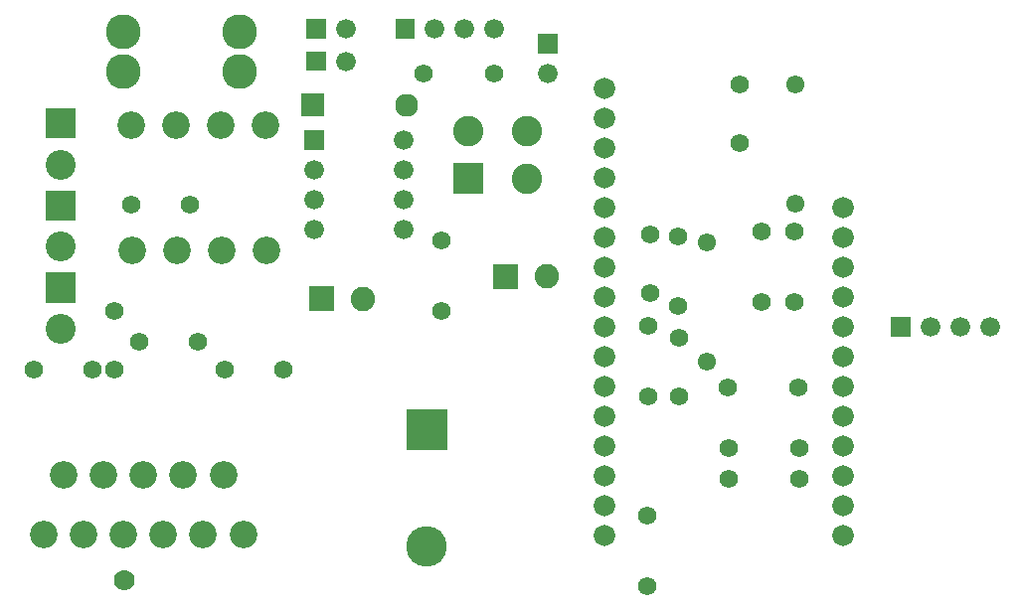
<source format=gbr>
G04 start of page 6 for group -4062 idx -4062 *
G04 Title: (unknown), soldermask *
G04 Creator: pcb 20140316 *
G04 CreationDate: Sun 28 Jan 2018 11:29:02 PM GMT UTC *
G04 For: jeff *
G04 Format: Gerber/RS-274X *
G04 PCB-Dimensions (mm): 85.50 53.98 *
G04 PCB-Coordinate-Origin: lower left *
%MOMM*%
%FSLAX43Y43*%
%LNBOTTOMMASK*%
%ADD116C,1.549*%
%ADD115C,2.552*%
%ADD114C,3.454*%
%ADD113C,1.778*%
%ADD112C,2.083*%
%ADD111C,2.591*%
%ADD110C,1.829*%
%ADD109C,1.575*%
%ADD108C,1.956*%
%ADD107C,1.676*%
%ADD106C,0.002*%
%ADD105C,2.337*%
%ADD104C,2.972*%
G54D104*X9000Y48296D03*
Y51725D03*
X18906D03*
Y48296D03*
G54D105*X17310Y43775D03*
X13500D03*
X9690D03*
G54D106*G36*
X2370Y45197D02*Y42645D01*
X4922D01*
Y45197D01*
X2370D01*
G37*
G54D107*X38080Y51975D03*
G54D108*X33120Y45475D03*
G54D107*X40620Y51975D03*
G54D106*G36*
X32162Y52813D02*Y51137D01*
X33838D01*
Y52813D01*
X32162D01*
G37*
G54D107*X35540Y51975D03*
G54D109*X34570Y48145D03*
X15354Y25321D03*
X10354D03*
G54D106*G36*
X24622Y50063D02*Y48387D01*
X26298D01*
Y50063D01*
X24622D01*
G37*
G54D107*X28000Y49225D03*
G54D106*G36*
X24622Y52813D02*Y51137D01*
X26298D01*
Y52813D01*
X24622D01*
G37*
G54D107*X28000Y51975D03*
G54D106*G36*
X24142Y46453D02*Y44497D01*
X26098D01*
Y46453D01*
X24142D01*
G37*
G54D105*X21120Y43775D03*
G54D106*G36*
X24412Y43313D02*Y41637D01*
X26088D01*
Y43313D01*
X24412D01*
G37*
G54D107*X25250Y39935D03*
Y37395D03*
Y34855D03*
G54D110*X49967Y46914D03*
Y44374D03*
Y41834D03*
Y39294D03*
G54D109*X40570Y48145D03*
G54D111*X38370Y43225D03*
X43370D03*
Y39225D03*
G54D106*G36*
X37075Y40520D02*Y37930D01*
X39665D01*
Y40520D01*
X37075D01*
G37*
G36*
X44292Y51563D02*Y49887D01*
X45968D01*
Y51563D01*
X44292D01*
G37*
G54D107*X45130Y48185D03*
X32870Y34855D03*
Y37395D03*
Y39935D03*
Y42475D03*
G54D109*X36120Y33975D03*
Y27975D03*
G54D106*G36*
X40529Y31916D02*Y29834D01*
X42611D01*
Y31916D01*
X40529D01*
G37*
G54D112*X45070Y30875D03*
G54D113*X9120Y4975D03*
G54D105*X7304Y13942D03*
X9005Y8862D03*
X5602D03*
X2198D03*
X12409D03*
X15813D03*
X10707Y13942D03*
X14111D03*
X19216Y8862D03*
X17514Y13942D03*
G54D109*X17620Y22975D03*
G54D105*X3900Y13942D03*
G54D109*X1370Y22975D03*
X6370D03*
G54D106*G36*
X24829Y30016D02*Y27934D01*
X26911D01*
Y30016D01*
X24829D01*
G37*
G54D112*X29370Y28975D03*
G54D114*X34866Y7841D03*
G54D105*X21220Y33075D03*
G54D109*X22620Y22975D03*
G54D105*X17410Y33075D03*
X13600D03*
X9790D03*
G54D109*X8246Y22921D03*
Y27921D03*
X9646Y37029D03*
X14646D03*
G54D106*G36*
X2370Y31197D02*Y28645D01*
X4922D01*
Y31197D01*
X2370D01*
G37*
G54D115*X3646Y33421D03*
Y26421D03*
G54D106*G36*
X2370Y38197D02*Y35645D01*
X4922D01*
Y38197D01*
X2370D01*
G37*
G54D115*X3646Y40421D03*
G54D109*X53714Y20673D03*
X66488Y21445D03*
X60488D03*
X56300Y20675D03*
X60596Y16221D03*
X53620Y10475D03*
Y4475D03*
X60546Y13621D03*
G54D110*X70287Y11354D03*
Y8814D03*
X49967Y21514D03*
Y13894D03*
Y11354D03*
Y8814D03*
G54D106*G36*
X33139Y19568D02*Y16114D01*
X36593D01*
Y19568D01*
X33139D01*
G37*
G54D110*X49967Y18974D03*
Y16434D03*
G54D109*X66120Y34725D03*
X66546Y13621D03*
X66596Y16221D03*
X63346Y34713D03*
Y28713D03*
G54D116*X66250Y37065D03*
G54D109*X66120Y28725D03*
G54D110*X70287Y29134D03*
Y26594D03*
Y36754D03*
Y34214D03*
Y31674D03*
G54D106*G36*
X74362Y27413D02*Y25737D01*
X76038D01*
Y27413D01*
X74362D01*
G37*
G54D107*X77740Y26575D03*
X80280D03*
X82820D03*
G54D110*X70287Y24054D03*
Y21514D03*
Y18974D03*
Y16434D03*
Y13894D03*
G54D116*X66250Y47225D03*
G54D109*X61500Y42225D03*
Y47225D03*
X53714Y26673D03*
X56300Y25675D03*
X56283Y34320D03*
Y28320D03*
X53854Y29436D03*
Y34436D03*
G54D110*X49967Y36754D03*
Y34214D03*
Y31674D03*
Y29134D03*
Y26594D03*
Y24054D03*
G54D116*X58734Y33813D03*
Y23653D03*
M02*

</source>
